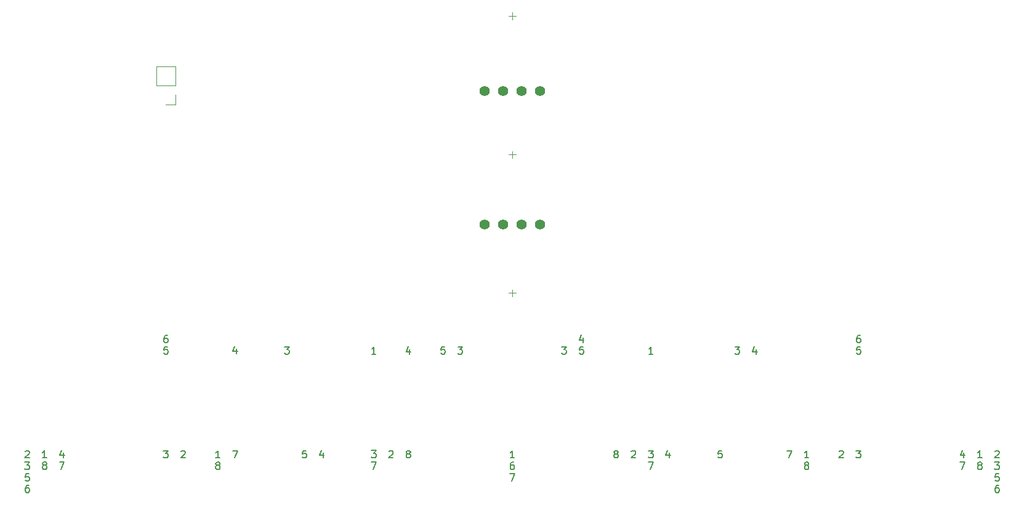
<source format=gto>
%TF.GenerationSoftware,KiCad,Pcbnew,(6.0.5)*%
%TF.CreationDate,2022-06-12T21:41:47-04:00*%
%TF.ProjectId,vault35_ortho-rounded,7661756c-7433-4355-9f6f-7274686f2d72,rev?*%
%TF.SameCoordinates,Original*%
%TF.FileFunction,Legend,Top*%
%TF.FilePolarity,Positive*%
%FSLAX46Y46*%
G04 Gerber Fmt 4.6, Leading zero omitted, Abs format (unit mm)*
G04 Created by KiCad (PCBNEW (6.0.5)) date 2022-06-12 21:41:47*
%MOMM*%
%LPD*%
G01*
G04 APERTURE LIST*
%ADD10C,0.150000*%
%ADD11C,0.120000*%
%ADD12C,1.397000*%
G04 APERTURE END LIST*
D10*
X116586011Y-127674702D02*
X116490773Y-127627083D01*
X116443154Y-127579464D01*
X116395535Y-127484226D01*
X116395535Y-127436607D01*
X116443154Y-127341369D01*
X116490773Y-127293750D01*
X116586011Y-127246130D01*
X116776488Y-127246130D01*
X116871726Y-127293750D01*
X116919345Y-127341369D01*
X116966964Y-127436607D01*
X116966964Y-127484226D01*
X116919345Y-127579464D01*
X116871726Y-127627083D01*
X116776488Y-127674702D01*
X116586011Y-127674702D01*
X116490773Y-127722321D01*
X116443154Y-127769940D01*
X116395535Y-127865178D01*
X116395535Y-128055654D01*
X116443154Y-128150892D01*
X116490773Y-128198511D01*
X116586011Y-128246130D01*
X116776488Y-128246130D01*
X116871726Y-128198511D01*
X116919345Y-128150892D01*
X116966964Y-128055654D01*
X116966964Y-127865178D01*
X116919345Y-127769940D01*
X116871726Y-127722321D01*
X116776488Y-127674702D01*
X116966964Y-126658630D02*
X116395535Y-126658630D01*
X116681250Y-126658630D02*
X116681250Y-125658630D01*
X116586011Y-125801488D01*
X116490773Y-125896726D01*
X116395535Y-125944345D01*
X131159226Y-125991964D02*
X131159226Y-126658630D01*
X130921130Y-125611011D02*
X130683035Y-126325297D01*
X131302083Y-126325297D01*
X176498214Y-112371130D02*
X175926785Y-112371130D01*
X176212500Y-112371130D02*
X176212500Y-111371130D01*
X176117261Y-111513988D01*
X176022023Y-111609226D01*
X175926785Y-111656845D01*
X109204166Y-125658630D02*
X109823214Y-125658630D01*
X109489880Y-126039583D01*
X109632738Y-126039583D01*
X109727976Y-126087202D01*
X109775595Y-126134821D01*
X109823214Y-126230059D01*
X109823214Y-126468154D01*
X109775595Y-126563392D01*
X109727976Y-126611011D01*
X109632738Y-126658630D01*
X109347023Y-126658630D01*
X109251785Y-126611011D01*
X109204166Y-126563392D01*
X204454166Y-125658630D02*
X205073214Y-125658630D01*
X204739880Y-126039583D01*
X204882738Y-126039583D01*
X204977976Y-126087202D01*
X205025595Y-126134821D01*
X205073214Y-126230059D01*
X205073214Y-126468154D01*
X205025595Y-126563392D01*
X204977976Y-126611011D01*
X204882738Y-126658630D01*
X204597023Y-126658630D01*
X204501785Y-126611011D01*
X204454166Y-126563392D01*
X95440476Y-125991964D02*
X95440476Y-126658630D01*
X95202380Y-125611011D02*
X94964285Y-126325297D01*
X95583333Y-126325297D01*
X223551785Y-125753869D02*
X223599404Y-125706250D01*
X223694642Y-125658630D01*
X223932738Y-125658630D01*
X224027976Y-125706250D01*
X224075595Y-125753869D01*
X224123214Y-125849107D01*
X224123214Y-125944345D01*
X224075595Y-126087202D01*
X223504166Y-126658630D01*
X224123214Y-126658630D01*
X163972916Y-111371130D02*
X164591964Y-111371130D01*
X164258630Y-111752083D01*
X164401488Y-111752083D01*
X164496726Y-111799702D01*
X164544345Y-111847321D01*
X164591964Y-111942559D01*
X164591964Y-112180654D01*
X164544345Y-112275892D01*
X164496726Y-112323511D01*
X164401488Y-112371130D01*
X164115773Y-112371130D01*
X164020535Y-112323511D01*
X163972916Y-112275892D01*
X173545535Y-125753869D02*
X173593154Y-125706250D01*
X173688392Y-125658630D01*
X173926488Y-125658630D01*
X174021726Y-125706250D01*
X174069345Y-125753869D01*
X174116964Y-125849107D01*
X174116964Y-125944345D01*
X174069345Y-126087202D01*
X173497916Y-126658630D01*
X174116964Y-126658630D01*
X94901832Y-127236778D02*
X95568499Y-127236778D01*
X95139927Y-128236778D01*
X166925595Y-111371130D02*
X166449404Y-111371130D01*
X166401785Y-111847321D01*
X166449404Y-111799702D01*
X166544642Y-111752083D01*
X166782738Y-111752083D01*
X166877976Y-111799702D01*
X166925595Y-111847321D01*
X166973214Y-111942559D01*
X166973214Y-112180654D01*
X166925595Y-112275892D01*
X166877976Y-112323511D01*
X166782738Y-112371130D01*
X166544642Y-112371130D01*
X166449404Y-112323511D01*
X166401785Y-112275892D01*
X138398214Y-112371130D02*
X137826785Y-112371130D01*
X138112500Y-112371130D02*
X138112500Y-111371130D01*
X138017261Y-111513988D01*
X137922023Y-111609226D01*
X137826785Y-111656845D01*
X218741666Y-127246130D02*
X219408333Y-127246130D01*
X218979761Y-128246130D01*
X125872916Y-111371130D02*
X126491964Y-111371130D01*
X126158630Y-111752083D01*
X126301488Y-111752083D01*
X126396726Y-111799702D01*
X126444345Y-111847321D01*
X126491964Y-111942559D01*
X126491964Y-112180654D01*
X126444345Y-112275892D01*
X126396726Y-112323511D01*
X126301488Y-112371130D01*
X126015773Y-112371130D01*
X125920535Y-112323511D01*
X125872916Y-112275892D01*
X166877976Y-110116964D02*
X166877976Y-110783630D01*
X166639880Y-109736011D02*
X166401785Y-110450297D01*
X167020833Y-110450297D01*
X178756723Y-125971458D02*
X178756723Y-126638124D01*
X178518627Y-125590505D02*
X178280532Y-126304791D01*
X178899580Y-126304791D01*
X157448214Y-126658630D02*
X156876785Y-126658630D01*
X157162500Y-126658630D02*
X157162500Y-125658630D01*
X157067261Y-125801488D01*
X156972023Y-125896726D01*
X156876785Y-125944345D01*
X118729166Y-125658630D02*
X119395833Y-125658630D01*
X118967261Y-126658630D01*
X140208035Y-125753869D02*
X140255654Y-125706250D01*
X140350892Y-125658630D01*
X140588988Y-125658630D01*
X140684226Y-125706250D01*
X140731845Y-125753869D01*
X140779464Y-125849107D01*
X140779464Y-125944345D01*
X140731845Y-126087202D01*
X140160416Y-126658630D01*
X140779464Y-126658630D01*
X223504166Y-127246130D02*
X224123214Y-127246130D01*
X223789880Y-127627083D01*
X223932738Y-127627083D01*
X224027976Y-127674702D01*
X224075595Y-127722321D01*
X224123214Y-127817559D01*
X224123214Y-128055654D01*
X224075595Y-128150892D01*
X224027976Y-128198511D01*
X223932738Y-128246130D01*
X223647023Y-128246130D01*
X223551785Y-128198511D01*
X223504166Y-128150892D01*
X128825595Y-125658630D02*
X128349404Y-125658630D01*
X128301785Y-126134821D01*
X128349404Y-126087202D01*
X128444642Y-126039583D01*
X128682738Y-126039583D01*
X128777976Y-126087202D01*
X128825595Y-126134821D01*
X128873214Y-126230059D01*
X128873214Y-126468154D01*
X128825595Y-126563392D01*
X128777976Y-126611011D01*
X128682738Y-126658630D01*
X128444642Y-126658630D01*
X128349404Y-126611011D01*
X128301785Y-126563392D01*
X111633035Y-125753869D02*
X111680654Y-125706250D01*
X111775892Y-125658630D01*
X112013988Y-125658630D01*
X112109226Y-125706250D01*
X112156845Y-125753869D01*
X112204464Y-125849107D01*
X112204464Y-125944345D01*
X112156845Y-126087202D01*
X111585416Y-126658630D01*
X112204464Y-126658630D01*
X149685416Y-111371130D02*
X150304464Y-111371130D01*
X149971130Y-111752083D01*
X150113988Y-111752083D01*
X150209226Y-111799702D01*
X150256845Y-111847321D01*
X150304464Y-111942559D01*
X150304464Y-112180654D01*
X150256845Y-112275892D01*
X150209226Y-112323511D01*
X150113988Y-112371130D01*
X149828273Y-112371130D01*
X149733035Y-112323511D01*
X149685416Y-112275892D01*
X197548511Y-127674702D02*
X197453273Y-127627083D01*
X197405654Y-127579464D01*
X197358035Y-127484226D01*
X197358035Y-127436607D01*
X197405654Y-127341369D01*
X197453273Y-127293750D01*
X197548511Y-127246130D01*
X197738988Y-127246130D01*
X197834226Y-127293750D01*
X197881845Y-127341369D01*
X197929464Y-127436607D01*
X197929464Y-127484226D01*
X197881845Y-127579464D01*
X197834226Y-127627083D01*
X197738988Y-127674702D01*
X197548511Y-127674702D01*
X197453273Y-127722321D01*
X197405654Y-127769940D01*
X197358035Y-127865178D01*
X197358035Y-128055654D01*
X197405654Y-128150892D01*
X197453273Y-128198511D01*
X197548511Y-128246130D01*
X197738988Y-128246130D01*
X197834226Y-128198511D01*
X197881845Y-128150892D01*
X197929464Y-128055654D01*
X197929464Y-127865178D01*
X197881845Y-127769940D01*
X197834226Y-127722321D01*
X197738988Y-127674702D01*
X142779761Y-126087202D02*
X142684523Y-126039583D01*
X142636904Y-125991964D01*
X142589285Y-125896726D01*
X142589285Y-125849107D01*
X142636904Y-125753869D01*
X142684523Y-125706250D01*
X142779761Y-125658630D01*
X142970238Y-125658630D01*
X143065476Y-125706250D01*
X143113095Y-125753869D01*
X143160714Y-125849107D01*
X143160714Y-125896726D01*
X143113095Y-125991964D01*
X143065476Y-126039583D01*
X142970238Y-126087202D01*
X142779761Y-126087202D01*
X142684523Y-126134821D01*
X142636904Y-126182440D01*
X142589285Y-126277678D01*
X142589285Y-126468154D01*
X142636904Y-126563392D01*
X142684523Y-126611011D01*
X142779761Y-126658630D01*
X142970238Y-126658630D01*
X143065476Y-126611011D01*
X143113095Y-126563392D01*
X143160714Y-126468154D01*
X143160714Y-126277678D01*
X143113095Y-126182440D01*
X143065476Y-126134821D01*
X142970238Y-126087202D01*
X157352976Y-127246130D02*
X157162500Y-127246130D01*
X157067261Y-127293750D01*
X157019642Y-127341369D01*
X156924404Y-127484226D01*
X156876785Y-127674702D01*
X156876785Y-128055654D01*
X156924404Y-128150892D01*
X156972023Y-128198511D01*
X157067261Y-128246130D01*
X157257738Y-128246130D01*
X157352976Y-128198511D01*
X157400595Y-128150892D01*
X157448214Y-128055654D01*
X157448214Y-127817559D01*
X157400595Y-127722321D01*
X157352976Y-127674702D01*
X157257738Y-127627083D01*
X157067261Y-127627083D01*
X156972023Y-127674702D01*
X156924404Y-127722321D01*
X156876785Y-127817559D01*
X202120535Y-125753869D02*
X202168154Y-125706250D01*
X202263392Y-125658630D01*
X202501488Y-125658630D01*
X202596726Y-125706250D01*
X202644345Y-125753869D01*
X202691964Y-125849107D01*
X202691964Y-125944345D01*
X202644345Y-126087202D01*
X202072916Y-126658630D01*
X202691964Y-126658630D01*
X171354761Y-126087202D02*
X171259523Y-126039583D01*
X171211904Y-125991964D01*
X171164285Y-125896726D01*
X171164285Y-125849107D01*
X171211904Y-125753869D01*
X171259523Y-125706250D01*
X171354761Y-125658630D01*
X171545238Y-125658630D01*
X171640476Y-125706250D01*
X171688095Y-125753869D01*
X171735714Y-125849107D01*
X171735714Y-125896726D01*
X171688095Y-125991964D01*
X171640476Y-126039583D01*
X171545238Y-126087202D01*
X171354761Y-126087202D01*
X171259523Y-126134821D01*
X171211904Y-126182440D01*
X171164285Y-126277678D01*
X171164285Y-126468154D01*
X171211904Y-126563392D01*
X171259523Y-126611011D01*
X171354761Y-126658630D01*
X171545238Y-126658630D01*
X171640476Y-126611011D01*
X171688095Y-126563392D01*
X171735714Y-126468154D01*
X171735714Y-126277678D01*
X171688095Y-126182440D01*
X171640476Y-126134821D01*
X171545238Y-126087202D01*
X204977976Y-109783630D02*
X204787500Y-109783630D01*
X204692261Y-109831250D01*
X204644642Y-109878869D01*
X204549404Y-110021726D01*
X204501785Y-110212202D01*
X204501785Y-110593154D01*
X204549404Y-110688392D01*
X204597023Y-110736011D01*
X204692261Y-110783630D01*
X204882738Y-110783630D01*
X204977976Y-110736011D01*
X205025595Y-110688392D01*
X205073214Y-110593154D01*
X205073214Y-110355059D01*
X205025595Y-110259821D01*
X204977976Y-110212202D01*
X204882738Y-110164583D01*
X204692261Y-110164583D01*
X204597023Y-110212202D01*
X204549404Y-110259821D01*
X204501785Y-110355059D01*
X185975595Y-125658630D02*
X185499404Y-125658630D01*
X185451785Y-126134821D01*
X185499404Y-126087202D01*
X185594642Y-126039583D01*
X185832738Y-126039583D01*
X185927976Y-126087202D01*
X185975595Y-126134821D01*
X186023214Y-126230059D01*
X186023214Y-126468154D01*
X185975595Y-126563392D01*
X185927976Y-126611011D01*
X185832738Y-126658630D01*
X185594642Y-126658630D01*
X185499404Y-126611011D01*
X185451785Y-126563392D01*
X187785416Y-111371130D02*
X188404464Y-111371130D01*
X188071130Y-111752083D01*
X188213988Y-111752083D01*
X188309226Y-111799702D01*
X188356845Y-111847321D01*
X188404464Y-111942559D01*
X188404464Y-112180654D01*
X188356845Y-112275892D01*
X188309226Y-112323511D01*
X188213988Y-112371130D01*
X187928273Y-112371130D01*
X187833035Y-112323511D01*
X187785416Y-112275892D01*
X92773511Y-127674702D02*
X92678273Y-127627083D01*
X92630654Y-127579464D01*
X92583035Y-127484226D01*
X92583035Y-127436607D01*
X92630654Y-127341369D01*
X92678273Y-127293750D01*
X92773511Y-127246130D01*
X92963988Y-127246130D01*
X93059226Y-127293750D01*
X93106845Y-127341369D01*
X93154464Y-127436607D01*
X93154464Y-127484226D01*
X93106845Y-127579464D01*
X93059226Y-127627083D01*
X92963988Y-127674702D01*
X92773511Y-127674702D01*
X92678273Y-127722321D01*
X92630654Y-127769940D01*
X92583035Y-127865178D01*
X92583035Y-128055654D01*
X92630654Y-128150892D01*
X92678273Y-128198511D01*
X92773511Y-128246130D01*
X92963988Y-128246130D01*
X93059226Y-128198511D01*
X93106845Y-128150892D01*
X93154464Y-128055654D01*
X93154464Y-127865178D01*
X93106845Y-127769940D01*
X93059226Y-127722321D01*
X92963988Y-127674702D01*
X221361011Y-127674702D02*
X221265773Y-127627083D01*
X221218154Y-127579464D01*
X221170535Y-127484226D01*
X221170535Y-127436607D01*
X221218154Y-127341369D01*
X221265773Y-127293750D01*
X221361011Y-127246130D01*
X221551488Y-127246130D01*
X221646726Y-127293750D01*
X221694345Y-127341369D01*
X221741964Y-127436607D01*
X221741964Y-127484226D01*
X221694345Y-127579464D01*
X221646726Y-127627083D01*
X221551488Y-127674702D01*
X221361011Y-127674702D01*
X221265773Y-127722321D01*
X221218154Y-127769940D01*
X221170535Y-127865178D01*
X221170535Y-128055654D01*
X221218154Y-128150892D01*
X221265773Y-128198511D01*
X221361011Y-128246130D01*
X221551488Y-128246130D01*
X221646726Y-128198511D01*
X221694345Y-128150892D01*
X221741964Y-128055654D01*
X221741964Y-127865178D01*
X221694345Y-127769940D01*
X221646726Y-127722321D01*
X221551488Y-127674702D01*
X90677976Y-130421130D02*
X90487500Y-130421130D01*
X90392261Y-130468750D01*
X90344642Y-130516369D01*
X90249404Y-130659226D01*
X90201785Y-130849702D01*
X90201785Y-131230654D01*
X90249404Y-131325892D01*
X90297023Y-131373511D01*
X90392261Y-131421130D01*
X90582738Y-131421130D01*
X90677976Y-131373511D01*
X90725595Y-131325892D01*
X90773214Y-131230654D01*
X90773214Y-130992559D01*
X90725595Y-130897321D01*
X90677976Y-130849702D01*
X90582738Y-130802083D01*
X90392261Y-130802083D01*
X90297023Y-130849702D01*
X90249404Y-130897321D01*
X90201785Y-130992559D01*
X224027976Y-130421130D02*
X223837500Y-130421130D01*
X223742261Y-130468750D01*
X223694642Y-130516369D01*
X223599404Y-130659226D01*
X223551785Y-130849702D01*
X223551785Y-131230654D01*
X223599404Y-131325892D01*
X223647023Y-131373511D01*
X223742261Y-131421130D01*
X223932738Y-131421130D01*
X224027976Y-131373511D01*
X224075595Y-131325892D01*
X224123214Y-131230654D01*
X224123214Y-130992559D01*
X224075595Y-130897321D01*
X224027976Y-130849702D01*
X223932738Y-130802083D01*
X223742261Y-130802083D01*
X223647023Y-130849702D01*
X223599404Y-130897321D01*
X223551785Y-130992559D01*
X137803946Y-127242070D02*
X138470613Y-127242070D01*
X138042041Y-128242070D01*
X194929166Y-125658630D02*
X195595833Y-125658630D01*
X195167261Y-126658630D01*
X109775595Y-111371130D02*
X109299404Y-111371130D01*
X109251785Y-111847321D01*
X109299404Y-111799702D01*
X109394642Y-111752083D01*
X109632738Y-111752083D01*
X109727976Y-111799702D01*
X109775595Y-111847321D01*
X109823214Y-111942559D01*
X109823214Y-112180654D01*
X109775595Y-112275892D01*
X109727976Y-112323511D01*
X109632738Y-112371130D01*
X109394642Y-112371130D01*
X109299404Y-112323511D01*
X109251785Y-112275892D01*
X90154166Y-127246130D02*
X90773214Y-127246130D01*
X90439880Y-127627083D01*
X90582738Y-127627083D01*
X90677976Y-127674702D01*
X90725595Y-127722321D01*
X90773214Y-127817559D01*
X90773214Y-128055654D01*
X90725595Y-128150892D01*
X90677976Y-128198511D01*
X90582738Y-128246130D01*
X90297023Y-128246130D01*
X90201785Y-128198511D01*
X90154166Y-128150892D01*
X137814476Y-125643839D02*
X138433524Y-125643839D01*
X138100190Y-126024792D01*
X138243048Y-126024792D01*
X138338286Y-126072411D01*
X138385905Y-126120030D01*
X138433524Y-126215268D01*
X138433524Y-126453363D01*
X138385905Y-126548601D01*
X138338286Y-126596220D01*
X138243048Y-126643839D01*
X137957333Y-126643839D01*
X137862095Y-126596220D01*
X137814476Y-126548601D01*
X147875595Y-111371130D02*
X147399404Y-111371130D01*
X147351785Y-111847321D01*
X147399404Y-111799702D01*
X147494642Y-111752083D01*
X147732738Y-111752083D01*
X147827976Y-111799702D01*
X147875595Y-111847321D01*
X147923214Y-111942559D01*
X147923214Y-112180654D01*
X147875595Y-112275892D01*
X147827976Y-112323511D01*
X147732738Y-112371130D01*
X147494642Y-112371130D01*
X147399404Y-112323511D01*
X147351785Y-112275892D01*
X90201785Y-125753869D02*
X90249404Y-125706250D01*
X90344642Y-125658630D01*
X90582738Y-125658630D01*
X90677976Y-125706250D01*
X90725595Y-125753869D01*
X90773214Y-125849107D01*
X90773214Y-125944345D01*
X90725595Y-126087202D01*
X90154166Y-126658630D01*
X90773214Y-126658630D01*
X219265476Y-125991964D02*
X219265476Y-126658630D01*
X219027380Y-125611011D02*
X218789285Y-126325297D01*
X219408333Y-126325297D01*
X109727976Y-109783630D02*
X109537500Y-109783630D01*
X109442261Y-109831250D01*
X109394642Y-109878869D01*
X109299404Y-110021726D01*
X109251785Y-110212202D01*
X109251785Y-110593154D01*
X109299404Y-110688392D01*
X109347023Y-110736011D01*
X109442261Y-110783630D01*
X109632738Y-110783630D01*
X109727976Y-110736011D01*
X109775595Y-110688392D01*
X109823214Y-110593154D01*
X109823214Y-110355059D01*
X109775595Y-110259821D01*
X109727976Y-110212202D01*
X109632738Y-110164583D01*
X109442261Y-110164583D01*
X109347023Y-110212202D01*
X109299404Y-110259821D01*
X109251785Y-110355059D01*
X221727130Y-126649278D02*
X221155701Y-126649278D01*
X221441416Y-126649278D02*
X221441416Y-125649278D01*
X221346177Y-125792136D01*
X221250939Y-125887374D01*
X221155701Y-125934993D01*
X90725595Y-128833630D02*
X90249404Y-128833630D01*
X90201785Y-129309821D01*
X90249404Y-129262202D01*
X90344642Y-129214583D01*
X90582738Y-129214583D01*
X90677976Y-129262202D01*
X90725595Y-129309821D01*
X90773214Y-129405059D01*
X90773214Y-129643154D01*
X90725595Y-129738392D01*
X90677976Y-129786011D01*
X90582738Y-129833630D01*
X90344642Y-129833630D01*
X90249404Y-129786011D01*
X90201785Y-129738392D01*
X190690476Y-111704464D02*
X190690476Y-112371130D01*
X190452380Y-111323511D02*
X190214285Y-112037797D01*
X190833333Y-112037797D01*
X93139630Y-126649278D02*
X92568201Y-126649278D01*
X92853916Y-126649278D02*
X92853916Y-125649278D01*
X92758677Y-125792136D01*
X92663439Y-125887374D01*
X92568201Y-125934993D01*
X156829166Y-128833630D02*
X157495833Y-128833630D01*
X157067261Y-129833630D01*
X175920222Y-125658630D02*
X176539270Y-125658630D01*
X176205936Y-126039583D01*
X176348794Y-126039583D01*
X176444032Y-126087202D01*
X176491651Y-126134821D01*
X176539270Y-126230059D01*
X176539270Y-126468154D01*
X176491651Y-126563392D01*
X176444032Y-126611011D01*
X176348794Y-126658630D01*
X176063079Y-126658630D01*
X175967841Y-126611011D01*
X175920222Y-126563392D01*
X224075595Y-128833630D02*
X223599404Y-128833630D01*
X223551785Y-129309821D01*
X223599404Y-129262202D01*
X223694642Y-129214583D01*
X223932738Y-129214583D01*
X224027976Y-129262202D01*
X224075595Y-129309821D01*
X224123214Y-129405059D01*
X224123214Y-129643154D01*
X224075595Y-129738392D01*
X224027976Y-129786011D01*
X223932738Y-129833630D01*
X223694642Y-129833630D01*
X223599404Y-129786011D01*
X223551785Y-129738392D01*
X197929464Y-126658630D02*
X197358035Y-126658630D01*
X197643750Y-126658630D02*
X197643750Y-125658630D01*
X197548511Y-125801488D01*
X197453273Y-125896726D01*
X197358035Y-125944345D01*
X175879166Y-127246130D02*
X176545833Y-127246130D01*
X176117261Y-128246130D01*
X119240047Y-111688187D02*
X119240047Y-112354853D01*
X119001951Y-111307234D02*
X118763856Y-112021520D01*
X119382904Y-112021520D01*
X205025595Y-111371130D02*
X204549404Y-111371130D01*
X204501785Y-111847321D01*
X204549404Y-111799702D01*
X204644642Y-111752083D01*
X204882738Y-111752083D01*
X204977976Y-111799702D01*
X205025595Y-111847321D01*
X205073214Y-111942559D01*
X205073214Y-112180654D01*
X205025595Y-112275892D01*
X204977976Y-112323511D01*
X204882738Y-112371130D01*
X204644642Y-112371130D01*
X204549404Y-112323511D01*
X204501785Y-112275892D01*
X143065476Y-111704464D02*
X143065476Y-112371130D01*
X142827380Y-111323511D02*
X142589285Y-112037797D01*
X143208333Y-112037797D01*
D11*
%TO.C,SW5*%
X110867501Y-72806250D02*
X108207501Y-72806250D01*
X110867501Y-76676250D02*
X110867501Y-78006250D01*
X110867501Y-75406250D02*
X108207501Y-75406250D01*
X108207501Y-75406250D02*
X108207501Y-72806250D01*
X110867501Y-78006250D02*
X109537501Y-78006250D01*
X110867501Y-75406250D02*
X110867501Y-72806250D01*
%TO.C,SW2*%
X157162500Y-66374486D02*
X157162500Y-65374486D01*
X156662500Y-65874486D02*
X157662500Y-65874486D01*
%TO.C,SW3*%
X157162500Y-85428031D02*
X157162500Y-84428031D01*
X156662500Y-84928031D02*
X157662500Y-84928031D01*
%TO.C,SW4*%
X156662500Y-103977198D02*
X157662500Y-103977198D01*
X157162500Y-104477198D02*
X157162500Y-103477198D01*
%TD*%
D12*
%TO.C,OL1*%
X153352500Y-94554586D03*
X155892500Y-94554586D03*
X158432500Y-94554586D03*
X160972500Y-94554586D03*
%TD*%
%TO.C,OL2*%
X160972500Y-76200000D03*
X158432500Y-76200000D03*
X155892500Y-76200000D03*
X153352500Y-76200000D03*
%TD*%
M02*

</source>
